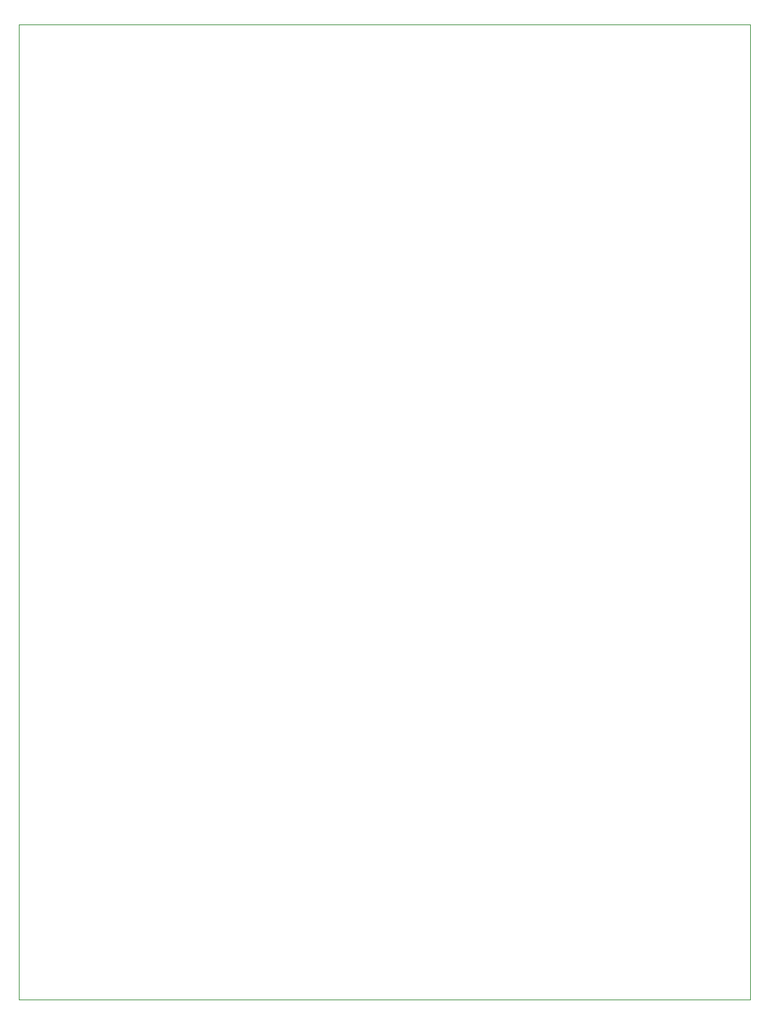
<source format=gbr>
%TF.GenerationSoftware,KiCad,Pcbnew,7.0.9-7.0.9~ubuntu22.04.1*%
%TF.CreationDate,2024-01-06T12:21:39-05:00*%
%TF.ProjectId,coleco_original,636f6c65-636f-45f6-9f72-6967696e616c,DEV*%
%TF.SameCoordinates,Original*%
%TF.FileFunction,Paste,Top*%
%TF.FilePolarity,Positive*%
%FSLAX46Y46*%
G04 Gerber Fmt 4.6, Leading zero omitted, Abs format (unit mm)*
G04 Created by KiCad (PCBNEW 7.0.9-7.0.9~ubuntu22.04.1) date 2024-01-06 12:21:39*
%MOMM*%
%LPD*%
G01*
G04 APERTURE LIST*
%TA.AperFunction,Profile*%
%ADD10C,0.100000*%
%TD*%
G04 APERTURE END LIST*
D10*
X81915000Y-55434800D02*
X170611800Y-55434800D01*
X170611800Y-173494000D01*
X81915000Y-173494000D01*
X81915000Y-55434800D01*
M02*

</source>
